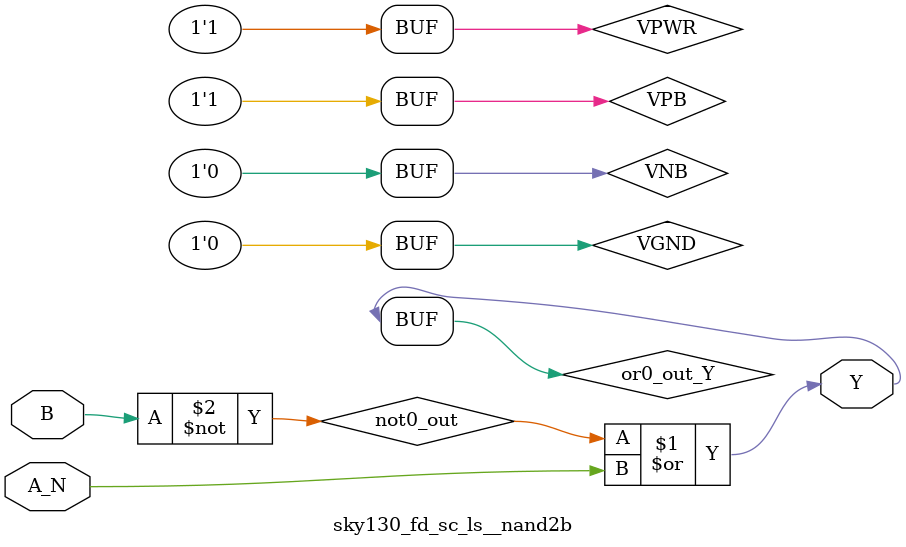
<source format=v>
/*
 * Copyright 2020 The SkyWater PDK Authors
 *
 * Licensed under the Apache License, Version 2.0 (the "License");
 * you may not use this file except in compliance with the License.
 * You may obtain a copy of the License at
 *
 *     https://www.apache.org/licenses/LICENSE-2.0
 *
 * Unless required by applicable law or agreed to in writing, software
 * distributed under the License is distributed on an "AS IS" BASIS,
 * WITHOUT WARRANTIES OR CONDITIONS OF ANY KIND, either express or implied.
 * See the License for the specific language governing permissions and
 * limitations under the License.
 *
 * SPDX-License-Identifier: Apache-2.0
*/


`ifndef SKY130_FD_SC_LS__NAND2B_BEHAVIORAL_V
`define SKY130_FD_SC_LS__NAND2B_BEHAVIORAL_V

/**
 * nand2b: 2-input NAND, first input inverted.
 *
 * Verilog simulation functional model.
 */

`timescale 1ns / 1ps
`default_nettype none

`celldefine
module sky130_fd_sc_ls__nand2b (
    Y  ,
    A_N,
    B
);

    // Module ports
    output Y  ;
    input  A_N;
    input  B  ;

    // Module supplies
    supply1 VPWR;
    supply0 VGND;
    supply1 VPB ;
    supply0 VNB ;

    // Local signals
    wire not0_out ;
    wire or0_out_Y;

    //  Name  Output     Other arguments
    not not0 (not0_out , B              );
    or  or0  (or0_out_Y, not0_out, A_N  );
    buf buf0 (Y        , or0_out_Y      );

endmodule
`endcelldefine

`default_nettype wire
`endif  // SKY130_FD_SC_LS__NAND2B_BEHAVIORAL_V
</source>
